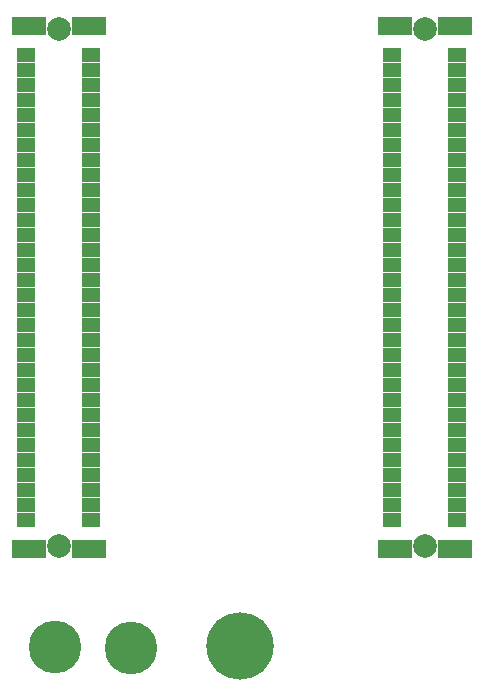
<source format=gbr>
G04 #@! TF.FileFunction,Soldermask,Top*
%FSLAX46Y46*%
G04 Gerber Fmt 4.6, Leading zero omitted, Abs format (unit mm)*
G04 Created by KiCad (PCBNEW 4.0.5) date 04/03/17 22:13:47*
%MOMM*%
%LPD*%
G01*
G04 APERTURE LIST*
%ADD10C,0.100000*%
%ADD11R,1.500000X1.200000*%
%ADD12R,2.900000X1.600000*%
%ADD13C,2.000000*%
%ADD14C,4.464000*%
%ADD15C,5.700000*%
G04 APERTURE END LIST*
D10*
D11*
X96000000Y-81600000D03*
X90500000Y-81600000D03*
X96000000Y-82870000D03*
X90500000Y-82870000D03*
X96000000Y-84140000D03*
X90500000Y-84140000D03*
X96000000Y-85410000D03*
X90500000Y-85410000D03*
X96000000Y-86680000D03*
X90500000Y-86680000D03*
X96000000Y-87950000D03*
X90500000Y-87950000D03*
X96000000Y-89220000D03*
X90500000Y-89220000D03*
X96000000Y-90490000D03*
X90500000Y-90490000D03*
X96000000Y-91760000D03*
X90500000Y-91760000D03*
X96000000Y-93030000D03*
X90500000Y-93030000D03*
X96000000Y-94300000D03*
X90500000Y-94300000D03*
X96000000Y-95570000D03*
X90500000Y-95570000D03*
X96000000Y-96840000D03*
X90500000Y-96840000D03*
X96000000Y-98110000D03*
X90500000Y-98110000D03*
X96000000Y-99380000D03*
X90500000Y-99380000D03*
X96000000Y-100650000D03*
X90500000Y-100650000D03*
X96000000Y-101920000D03*
X90500000Y-101920000D03*
X96000000Y-103190000D03*
X90500000Y-103190000D03*
X96000000Y-104460000D03*
X90500000Y-104460000D03*
X96000000Y-105730000D03*
X90500000Y-105730000D03*
X96000000Y-107000000D03*
X90500000Y-107000000D03*
X96000000Y-108270000D03*
X90500000Y-108270000D03*
X96000000Y-109540000D03*
X90500000Y-109540000D03*
X96000000Y-110810000D03*
X90500000Y-110810000D03*
X96000000Y-112080000D03*
X90500000Y-112080000D03*
X96000000Y-113350000D03*
X90500000Y-113350000D03*
X96000000Y-114620000D03*
X90500000Y-114620000D03*
X96000000Y-115890000D03*
X90500000Y-115890000D03*
X96000000Y-117160000D03*
X90500000Y-117160000D03*
X96000000Y-118430000D03*
X90500000Y-118430000D03*
X96000000Y-119700000D03*
X90500000Y-119700000D03*
X96000000Y-120970000D03*
X90500000Y-120970000D03*
D12*
X95800000Y-123480000D03*
X90700000Y-123480000D03*
X95800000Y-79190000D03*
X90700000Y-79190000D03*
D13*
X93250000Y-123180000D03*
X93250000Y-79390000D03*
D11*
X127000000Y-81600000D03*
X121500000Y-81600000D03*
X127000000Y-82870000D03*
X121500000Y-82870000D03*
X127000000Y-84140000D03*
X121500000Y-84140000D03*
X127000000Y-85410000D03*
X121500000Y-85410000D03*
X127000000Y-86680000D03*
X121500000Y-86680000D03*
X127000000Y-87950000D03*
X121500000Y-87950000D03*
X127000000Y-89220000D03*
X121500000Y-89220000D03*
X127000000Y-90490000D03*
X121500000Y-90490000D03*
X127000000Y-91760000D03*
X121500000Y-91760000D03*
X127000000Y-93030000D03*
X121500000Y-93030000D03*
X127000000Y-94300000D03*
X121500000Y-94300000D03*
X127000000Y-95570000D03*
X121500000Y-95570000D03*
X127000000Y-96840000D03*
X121500000Y-96840000D03*
X127000000Y-98110000D03*
X121500000Y-98110000D03*
X127000000Y-99380000D03*
X121500000Y-99380000D03*
X127000000Y-100650000D03*
X121500000Y-100650000D03*
X127000000Y-101920000D03*
X121500000Y-101920000D03*
X127000000Y-103190000D03*
X121500000Y-103190000D03*
X127000000Y-104460000D03*
X121500000Y-104460000D03*
X127000000Y-105730000D03*
X121500000Y-105730000D03*
X127000000Y-107000000D03*
X121500000Y-107000000D03*
X127000000Y-108270000D03*
X121500000Y-108270000D03*
X127000000Y-109540000D03*
X121500000Y-109540000D03*
X127000000Y-110810000D03*
X121500000Y-110810000D03*
X127000000Y-112080000D03*
X121500000Y-112080000D03*
X127000000Y-113350000D03*
X121500000Y-113350000D03*
X127000000Y-114620000D03*
X121500000Y-114620000D03*
X127000000Y-115890000D03*
X121500000Y-115890000D03*
X127000000Y-117160000D03*
X121500000Y-117160000D03*
X127000000Y-118430000D03*
X121500000Y-118430000D03*
X127000000Y-119700000D03*
X121500000Y-119700000D03*
X127000000Y-120970000D03*
X121500000Y-120970000D03*
D12*
X126800000Y-123480000D03*
X121700000Y-123480000D03*
X126800000Y-79190000D03*
X121700000Y-79190000D03*
D13*
X124250000Y-123180000D03*
X124250000Y-79390000D03*
D14*
X92900000Y-131750000D03*
X99400000Y-131800000D03*
D15*
X108600000Y-131650000D03*
M02*

</source>
